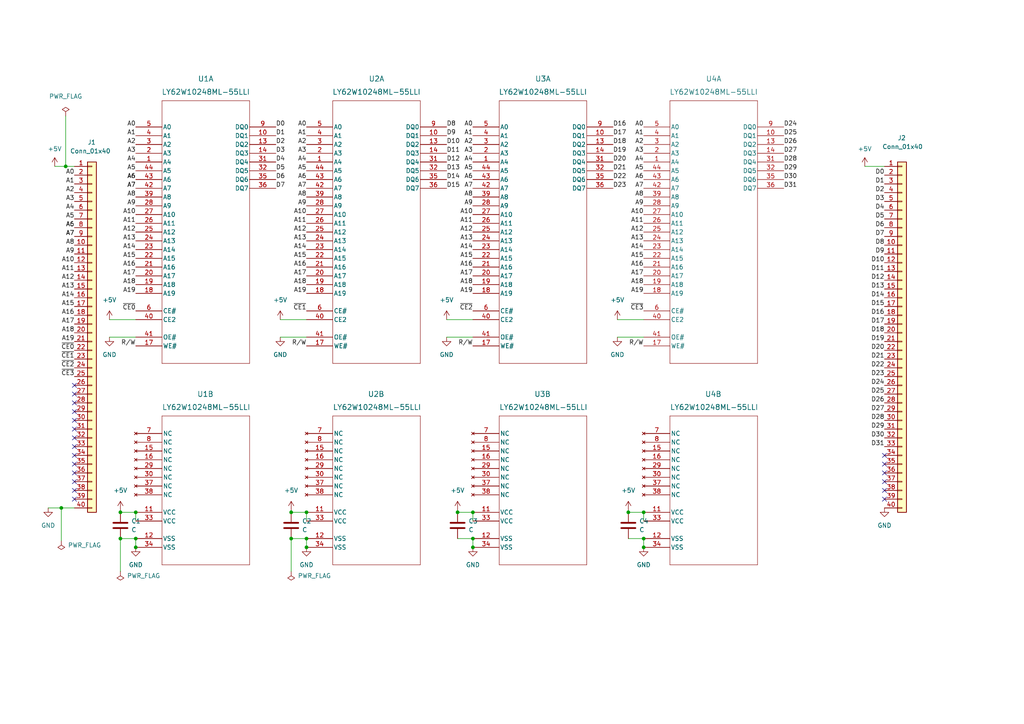
<source format=kicad_sch>
(kicad_sch (version 20211123) (generator eeschema)
  (paper "A4")
  (lib_symbols
    (symbol "2023-06-02_15-35-47:LY62W10248ML-55LLI" (pin_names (offset 0.254))
      (property "Reference" "U" (at 20.32 12.7 0))
      (property "Value" "LY62W10248ML-55LLI" (at 20.32 10.16 0))
      (symbol "LY62W10248ML-55LLI_1_1"
        (polyline (pts (xy 7.62 -68.58) (xy 33.02 -68.58)) (stroke (width 0.127)))
        (polyline (pts (xy 7.62 7.62) (xy 7.62 -68.58)) (stroke (width 0.127)))
        (polyline (pts (xy 33.02 -68.58) (xy 33.02 7.62)) (stroke (width 0.127)))
        (polyline (pts (xy 33.02 7.62) (xy 7.62 7.62)) (stroke (width 0.127)))
        (pin input line (at 0 -10.16 0) (length 7.62) (name "A4") (number "1"))
        (pin bidirectional line (at 40.64 -2.54 180) (length 7.62) (name "DQ1") (number "10"))
        (pin bidirectional line (at 40.64 -5.08 180) (length 7.62) (name "DQ2") (number "13"))
        (pin bidirectional line (at 40.64 -7.62 180) (length 7.62) (name "DQ3") (number "14"))
        (pin input line (at 0 -63.5 0) (length 7.62) (name "WE#") (number "17"))
        (pin input line (at 0 -48.26 0) (length 7.62) (name "A19") (number "18"))
        (pin input line (at 0 -45.72 0) (length 7.62) (name "A18") (number "19"))
        (pin input line (at 0 -7.62 0) (length 7.62) (name "A3") (number "2"))
        (pin input line (at 0 -43.18 0) (length 7.62) (name "A17") (number "20"))
        (pin input line (at 0 -40.64 0) (length 7.62) (name "A16") (number "21"))
        (pin input line (at 0 -38.1 0) (length 7.62) (name "A15") (number "22"))
        (pin input line (at 0 -35.56 0) (length 7.62) (name "A14") (number "23"))
        (pin input line (at 0 -33.02 0) (length 7.62) (name "A13") (number "24"))
        (pin input line (at 0 -30.48 0) (length 7.62) (name "A12") (number "25"))
        (pin input line (at 0 -27.94 0) (length 7.62) (name "A11") (number "26"))
        (pin input line (at 0 -25.4 0) (length 7.62) (name "A10") (number "27"))
        (pin input line (at 0 -22.86 0) (length 7.62) (name "A9") (number "28"))
        (pin input line (at 0 -5.08 0) (length 7.62) (name "A2") (number "3"))
        (pin bidirectional line (at 40.64 -10.16 180) (length 7.62) (name "DQ4") (number "31"))
        (pin bidirectional line (at 40.64 -12.7 180) (length 7.62) (name "DQ5") (number "32"))
        (pin bidirectional line (at 40.64 -15.24 180) (length 7.62) (name "DQ6") (number "35"))
        (pin bidirectional line (at 40.64 -17.78 180) (length 7.62) (name "DQ7") (number "36"))
        (pin input line (at 0 -20.32 0) (length 7.62) (name "A8") (number "39"))
        (pin input line (at 0 -2.54 0) (length 7.62) (name "A1") (number "4"))
        (pin input line (at 0 -55.88 0) (length 7.62) (name "CE2") (number "40"))
        (pin input line (at 0 -60.96 0) (length 7.62) (name "OE#") (number "41"))
        (pin input line (at 0 -17.78 0) (length 7.62) (name "A7") (number "42"))
        (pin input line (at 0 -15.24 0) (length 7.62) (name "A6") (number "43"))
        (pin input line (at 0 -12.7 0) (length 7.62) (name "A5") (number "44"))
        (pin input line (at 0 0 0) (length 7.62) (name "A0") (number "5"))
        (pin input line (at 0 -53.34 0) (length 7.62) (name "CE#") (number "6"))
        (pin bidirectional line (at 40.64 0 180) (length 7.62) (name "DQ0") (number "9"))
      )
      (symbol "LY62W10248ML-55LLI_2_1"
        (polyline (pts (xy 7.62 -38.1) (xy 33.02 -38.1)) (stroke (width 0.127)))
        (polyline (pts (xy 7.62 5.08) (xy 7.62 -38.1)) (stroke (width 0.127)))
        (polyline (pts (xy 33.02 -38.1) (xy 33.02 5.08)) (stroke (width 0.127)))
        (polyline (pts (xy 33.02 5.08) (xy 7.62 5.08)) (stroke (width 0.127)))
        (pin power_in line (at 0 -22.86 0) (length 7.62) (name "VCC") (number "11"))
        (pin power_out line (at 0 -30.48 0) (length 7.62) (name "VSS") (number "12"))
        (pin no_connect line (at 0 -5.08 0) (length 7.62) (name "NC") (number "15"))
        (pin no_connect line (at 0 -7.62 0) (length 7.62) (name "NC") (number "16"))
        (pin no_connect line (at 0 -10.16 0) (length 7.62) (name "NC") (number "29"))
        (pin no_connect line (at 0 -12.7 0) (length 7.62) (name "NC") (number "30"))
        (pin power_in line (at 0 -25.4 0) (length 7.62) (name "VCC") (number "33"))
        (pin power_out line (at 0 -33.02 0) (length 7.62) (name "VSS") (number "34"))
        (pin no_connect line (at 0 -15.24 0) (length 7.62) (name "NC") (number "37"))
        (pin no_connect line (at 0 -17.78 0) (length 7.62) (name "NC") (number "38"))
        (pin no_connect line (at 0 0 0) (length 7.62) (name "NC") (number "7"))
        (pin no_connect line (at 0 -2.54 0) (length 7.62) (name "NC") (number "8"))
      )
    )
    (symbol "Connector_Generic:Conn_01x40" (pin_names (offset 1.016) hide)
      (property "Reference" "J" (at 0 50.8 0))
      (property "Value" "Conn_01x40" (at 0 -53.34 0))
      (symbol "Conn_01x40_1_1"
        (rectangle (start -1.27 -50.673) (end 0 -50.927) (stroke (width 0.1524)))
        (rectangle (start -1.27 -48.133) (end 0 -48.387) (stroke (width 0.1524)))
        (rectangle (start -1.27 -45.593) (end 0 -45.847) (stroke (width 0.1524)))
        (rectangle (start -1.27 -43.053) (end 0 -43.307) (stroke (width 0.1524)))
        (rectangle (start -1.27 -40.513) (end 0 -40.767) (stroke (width 0.1524)))
        (rectangle (start -1.27 -37.973) (end 0 -38.227) (stroke (width 0.1524)))
        (rectangle (start -1.27 -35.433) (end 0 -35.687) (stroke (width 0.1524)))
        (rectangle (start -1.27 -32.893) (end 0 -33.147) (stroke (width 0.1524)))
        (rectangle (start -1.27 -30.353) (end 0 -30.607) (stroke (width 0.1524)))
        (rectangle (start -1.27 -27.813) (end 0 -28.067) (stroke (width 0.1524)))
        (rectangle (start -1.27 -25.273) (end 0 -25.527) (stroke (width 0.1524)))
        (rectangle (start -1.27 -22.733) (end 0 -22.987) (stroke (width 0.1524)))
        (rectangle (start -1.27 -20.193) (end 0 -20.447) (stroke (width 0.1524)))
        (rectangle (start -1.27 -17.653) (end 0 -17.907) (stroke (width 0.1524)))
        (rectangle (start -1.27 -15.113) (end 0 -15.367) (stroke (width 0.1524)))
        (rectangle (start -1.27 -12.573) (end 0 -12.827) (stroke (width 0.1524)))
        (rectangle (start -1.27 -10.033) (end 0 -10.287) (stroke (width 0.1524)))
        (rectangle (start -1.27 -7.493) (end 0 -7.747) (stroke (width 0.1524)))
        (rectangle (start -1.27 -4.953) (end 0 -5.207) (stroke (width 0.1524)))
        (rectangle (start -1.27 -2.413) (end 0 -2.667) (stroke (width 0.1524)))
        (rectangle (start -1.27 0.127) (end 0 -0.127) (stroke (width 0.1524)))
        (rectangle (start -1.27 2.667) (end 0 2.413) (stroke (width 0.1524)))
        (rectangle (start -1.27 5.207) (end 0 4.953) (stroke (width 0.1524)))
        (rectangle (start -1.27 7.747) (end 0 7.493) (stroke (width 0.1524)))
        (rectangle (start -1.27 10.287) (end 0 10.033) (stroke (width 0.1524)))
        (rectangle (start -1.27 12.827) (end 0 12.573) (stroke (width 0.1524)))
        (rectangle (start -1.27 15.367) (end 0 15.113) (stroke (width 0.1524)))
        (rectangle (start -1.27 17.907) (end 0 17.653) (stroke (width 0.1524)))
        (rectangle (start -1.27 20.447) (end 0 20.193) (stroke (width 0.1524)))
        (rectangle (start -1.27 22.987) (end 0 22.733) (stroke (width 0.1524)))
        (rectangle (start -1.27 25.527) (end 0 25.273) (stroke (width 0.1524)))
        (rectangle (start -1.27 28.067) (end 0 27.813) (stroke (width 0.1524)))
        (rectangle (start -1.27 30.607) (end 0 30.353) (stroke (width 0.1524)))
        (rectangle (start -1.27 33.147) (end 0 32.893) (stroke (width 0.1524)))
        (rectangle (start -1.27 35.687) (end 0 35.433) (stroke (width 0.1524)))
        (rectangle (start -1.27 38.227) (end 0 37.973) (stroke (width 0.1524)))
        (rectangle (start -1.27 40.767) (end 0 40.513) (stroke (width 0.1524)))
        (rectangle (start -1.27 43.307) (end 0 43.053) (stroke (width 0.1524)))
        (rectangle (start -1.27 45.847) (end 0 45.593) (stroke (width 0.1524)))
        (rectangle (start -1.27 48.387) (end 0 48.133) (stroke (width 0.1524)))
        (rectangle (start -1.27 49.53) (end 1.27 -52.07) (stroke (width 0.254)) (fill (type background)))
        (pin passive line (at -5.08 48.26 0) (length 3.81) (name "Pin_1") (number "1"))
        (pin passive line (at -5.08 25.4 0) (length 3.81) (name "Pin_10") (number "10"))
        (pin passive line (at -5.08 22.86 0) (length 3.81) (name "Pin_11") (number "11"))
        (pin passive line (at -5.08 20.32 0) (length 3.81) (name "Pin_12") (number "12"))
        (pin passive line (at -5.08 17.78 0) (length 3.81) (name "Pin_13") (number "13"))
        (pin passive line (at -5.08 15.24 0) (length 3.81) (name "Pin_14") (number "14"))
        (pin passive line (at -5.08 12.7 0) (length 3.81) (name "Pin_15") (number "15"))
        (pin passive line (at -5.08 10.16 0) (length 3.81) (name "Pin_16") (number "16"))
        (pin passive line (at -5.08 7.62 0) (length 3.81) (name "Pin_17") (number "17"))
        (pin passive line (at -5.08 5.08 0) (length 3.81) (name "Pin_18") (number "18"))
        (pin passive line (at -5.08 2.54 0) (length 3.81) (name "Pin_19") (number "19"))
        (pin passive line (at -5.08 45.72 0) (length 3.81) (name "Pin_2") (number "2"))
        (pin passive line (at -5.08 0 0) (length 3.81) (name "Pin_20") (number "20"))
        (pin passive line (at -5.08 -2.54 0) (length 3.81) (name "Pin_21") (number "21"))
        (pin passive line (at -5.08 -5.08 0) (length 3.81) (name "Pin_22") (number "22"))
        (pin passive line (at -5.08 -7.62 0) (length 3.81) (name "Pin_23") (number "23"))
        (pin passive line (at -5.08 -10.16 0) (length 3.81) (name "Pin_24") (number "24"))
        (pin passive line (at -5.08 -12.7 0) (length 3.81) (name "Pin_25") (number "25"))
        (pin passive line (at -5.08 -15.24 0) (length 3.81) (name "Pin_26") (number "26"))
        (pin passive line (at -5.08 -17.78 0) (length 3.81) (name "Pin_27") (number "27"))
        (pin passive line (at -5.08 -20.32 0) (length 3.81) (name "Pin_28") (number "28"))
        (pin passive line (at -5.08 -22.86 0) (length 3.81) (name "Pin_29") (number "29"))
        (pin passive line (at -5.08 43.18 0) (length 3.81) (name "Pin_3") (number "3"))
        (pin passive line (at -5.08 -25.4 0) (length 3.81) (name "Pin_30") (number "30"))
        (pin passive line (at -5.08 -27.94 0) (length 3.81) (name "Pin_31") (number "31"))
        (pin passive line (at -5.08 -30.48 0) (length 3.81) (name "Pin_32") (number "32"))
        (pin passive line (at -5.08 -33.02 0) (length 3.81) (name "Pin_33") (number "33"))
        (pin passive line (at -5.08 -35.56 0) (length 3.81) (name "Pin_34") (number "34"))
        (pin passive line (at -5.08 -38.1 0) (length 3.81) (name "Pin_35") (number "35"))
        (pin passive line (at -5.08 -40.64 0) (length 3.81) (name "Pin_36") (number "36"))
        (pin passive line (at -5.08 -43.18 0) (length 3.81) (name "Pin_37") (number "37"))
        (pin passive line (at -5.08 -45.72 0) (length 3.81) (name "Pin_38") (number "38"))
        (pin passive line (at -5.08 -48.26 0) (length 3.81) (name "Pin_39") (number "39"))
        (pin passive line (at -5.08 40.64 0) (length 3.81) (name "Pin_4") (number "4"))
        (pin passive line (at -5.08 -50.8 0) (length 3.81) (name "Pin_40") (number "40"))
        (pin passive line (at -5.08 38.1 0) (length 3.81) (name "Pin_5") (number "5"))
        (pin passive line (at -5.08 35.56 0) (length 3.81) (name "Pin_6") (number "6"))
        (pin passive line (at -5.08 33.02 0) (length 3.81) (name "Pin_7") (number "7"))
        (pin passive line (at -5.08 30.48 0) (length 3.81) (name "Pin_8") (number "8"))
        (pin passive line (at -5.08 27.94 0) (length 3.81) (name "Pin_9") (number "9"))
      )
    )
    (symbol "Device:C" (pin_numbers hide) (pin_names (offset 0.254))
      (property "Reference" "C" (at 0.635 2.54 0))
      (property "Value" "C" (at 0.635 -2.54 0))
      (symbol "C_0_1"
        (polyline (pts (xy -2.032 -0.762) (xy 2.032 -0.762)) (stroke (width 0.508)))
        (polyline (pts (xy -2.032 0.762) (xy 2.032 0.762)) (stroke (width 0.508)))
      )
      (symbol "C_1_1"
        (pin passive line (at 0 3.81 270) (length 2.794) (name "~") (number "1"))
        (pin passive line (at 0 -3.81 90) (length 2.794) (name "~") (number "2"))
      )
    )
    (symbol "power:+5V" (power) (pin_names (offset 0))
      (property "Value" "+5V" (at 0 3.556 0))
      (symbol "+5V_0_1"
        (polyline (pts (xy -0.762 1.27) (xy 0 2.54)))
        (polyline (pts (xy 0 0) (xy 0 2.54)))
        (polyline (pts (xy 0 2.54) (xy 0.762 1.27)))
      )
      (symbol "+5V_1_1"
        (pin power_in line (at 0 0 90) (length 0) hide (name "+5V") (number "1"))
      )
    )
    (symbol "power:GND" (power) (pin_names (offset 0))
      (property "Value" "GND" (at 0 -3.81 0))
      (symbol "GND_0_1"
        (polyline (pts (xy 0 0) (xy 0 -1.27) (xy 1.27 -1.27) (xy 0 -2.54) (xy -1.27 -1.27) (xy 0 -1.27)))
      )
      (symbol "GND_1_1"
        (pin power_in line (at 0 0 270) (length 0) hide (name "GND") (number "1"))
      )
    )
    (symbol "power:PWR_FLAG" (power) (pin_numbers hide) (pin_names (offset 0) hide)
      (property "Value" "PWR_FLAG" (at 0 3.81 0))
      (symbol "PWR_FLAG_0_0"
        (pin power_out line (at 0 0 90) (length 0) (name "pwr") (number "1"))
      )
      (symbol "PWR_FLAG_0_1"
        (polyline (pts (xy 0 0) (xy 0 1.27) (xy -1.016 1.905) (xy 0 2.54) (xy 1.016 1.905) (xy 0 1.27)))
      )
    )
  )
  (junction (at 186.69 158.75))
  (junction (at 88.9 148.59))
  (junction (at 137.16 148.59))
  (junction (at 182.245 148.59))
  (junction (at 84.455 148.59))
  (junction (at 39.37 156.21))
  (junction (at 186.69 148.59))
  (junction (at 137.16 156.21))
  (junction (at 19.05 48.26))
  (junction (at 132.715 148.59))
  (junction (at 39.37 148.59))
  (junction (at 186.69 156.21))
  (junction (at 34.925 148.59))
  (junction (at 17.78 147.32))
  (junction (at 34.925 156.21))
  (junction (at 39.37 158.75))
  (junction (at 84.455 156.21))
  (junction (at 88.9 158.75))
  (junction (at 88.9 156.21))
  (junction (at 137.16 158.75))
  (no_connect (at 21.59 111.76))
  (no_connect (at 21.59 142.24))
  (no_connect (at 256.54 144.78))
  (no_connect (at 256.54 134.62))
  (no_connect (at 21.59 129.54))
  (no_connect (at 256.54 137.16))
  (no_connect (at 21.59 139.7))
  (no_connect (at 21.59 114.3))
  (no_connect (at 21.59 132.08))
  (no_connect (at 21.59 121.92))
  (no_connect (at 21.59 134.62))
  (no_connect (at 21.59 144.78))
  (no_connect (at 256.54 142.24))
  (no_connect (at 21.59 137.16))
  (no_connect (at 21.59 127))
  (no_connect (at 21.59 124.46))
  (no_connect (at 21.59 116.84))
  (no_connect (at 256.54 139.7))
  (no_connect (at 21.59 119.38))
  (no_connect (at 256.54 132.08))
  (wire (pts (xy 129.54 97.79) (xy 137.16 97.79)))
  (wire (pts (xy 19.05 48.26) (xy 21.59 48.26)))
  (wire (pts (xy 34.925 156.21) (xy 34.925 165.735)))
  (wire (pts (xy 129.54 92.71) (xy 137.16 92.71)))
  (wire (pts (xy 15.875 48.26) (xy 19.05 48.26)))
  (wire (pts (xy 13.97 147.32) (xy 17.78 147.32)))
  (wire (pts (xy 137.16 148.59) (xy 137.16 151.13)))
  (wire (pts (xy 39.37 156.21) (xy 39.37 158.75)))
  (wire (pts (xy 182.245 156.21) (xy 186.69 156.21)))
  (wire (pts (xy 132.715 148.59) (xy 137.16 148.59)))
  (wire (pts (xy 186.69 156.21) (xy 186.69 158.75)))
  (wire (pts (xy 34.925 156.21) (xy 39.37 156.21)))
  (wire (pts (xy 81.28 97.79) (xy 88.9 97.79)))
  (wire (pts (xy 17.78 147.32) (xy 17.78 156.845)))
  (wire (pts (xy 182.245 147.955) (xy 182.245 148.59)))
  (wire (pts (xy 84.455 156.21) (xy 84.455 165.735)))
  (wire (pts (xy 186.69 148.59) (xy 186.69 151.13)))
  (wire (pts (xy 34.925 148.59) (xy 39.37 148.59)))
  (wire (pts (xy 88.9 148.59) (xy 88.9 151.13)))
  (wire (pts (xy 137.16 156.21) (xy 137.16 158.75)))
  (wire (pts (xy 179.07 92.71) (xy 186.69 92.71)))
  (wire (pts (xy 19.05 33.655) (xy 19.05 48.26)))
  (wire (pts (xy 17.78 147.32) (xy 21.59 147.32)))
  (wire (pts (xy 31.75 97.79) (xy 39.37 97.79)))
  (wire (pts (xy 250.825 48.26) (xy 256.54 48.26)))
  (wire (pts (xy 132.715 156.21) (xy 137.16 156.21)))
  (wire (pts (xy 84.455 148.59) (xy 88.9 148.59)))
  (wire (pts (xy 81.28 92.71) (xy 88.9 92.71)))
  (wire (pts (xy 88.9 156.21) (xy 88.9 158.75)))
  (wire (pts (xy 31.75 92.71) (xy 39.37 92.71)))
  (wire (pts (xy 182.245 148.59) (xy 186.69 148.59)))
  (wire (pts (xy 84.455 147.955) (xy 84.455 148.59)))
  (wire (pts (xy 34.925 147.955) (xy 34.925 148.59)))
  (wire (pts (xy 179.07 97.79) (xy 186.69 97.79)))
  (wire (pts (xy 84.455 156.21) (xy 88.9 156.21)))
  (wire (pts (xy 39.37 148.59) (xy 39.37 151.13)))
  (wire (pts (xy 132.715 147.955) (xy 132.715 148.59)))
  (label "D30" (at 256.54 127 180))
  (label "A6" (at 88.9 52.07 180))
  (label "D21" (at 177.8 49.53 0))
  (label "R{slash}W" (at 39.37 100.33 180))
  (label "~{CE3}" (at 21.59 109.22 180))
  (label "A1" (at 88.9 39.37 180))
  (label "A16" (at 21.59 91.44 180))
  (label "A3" (at 186.69 44.45 180))
  (label "D16" (at 177.8 36.83 0))
  (label "A4" (at 186.69 46.99 180))
  (label "D27" (at 256.54 119.38 180))
  (label "A18" (at 186.69 82.55 180))
  (label "D11" (at 129.54 44.45 0))
  (label "A10" (at 21.59 76.2 180))
  (label "A0" (at 186.69 36.83 180))
  (label "A1" (at 137.16 39.37 180))
  (label "D13" (at 256.54 83.82 180))
  (label "A9" (at 137.16 59.69 180))
  (label "A12" (at 39.37 67.31 180))
  (label "A6" (at 21.59 66.04 180))
  (label "A19" (at 21.59 99.06 180))
  (label "A6" (at 39.37 52.07 180))
  (label "A13" (at 186.69 69.85 180))
  (label "A10" (at 186.69 62.23 180))
  (label "A7" (at 88.9 54.61 180))
  (label "A5" (at 39.37 49.53 180))
  (label "A7" (at 186.69 54.61 180))
  (label "D29" (at 256.54 124.46 180))
  (label "D27" (at 227.33 44.45 0))
  (label "D9" (at 129.54 39.37 0))
  (label "A17" (at 88.9 80.01 180))
  (label "A7" (at 39.37 54.61 180))
  (label "A1" (at 186.69 39.37 180))
  (label "D4" (at 256.54 60.96 180))
  (label "A12" (at 21.59 81.28 180))
  (label "D26" (at 256.54 116.84 180))
  (label "D5" (at 256.54 63.5 180))
  (label "A17" (at 186.69 80.01 180))
  (label "A8" (at 186.69 57.15 180))
  (label "A14" (at 39.37 72.39 180))
  (label "D0" (at 256.54 50.8 180))
  (label "A19" (at 186.69 85.09 180))
  (label "D29" (at 227.33 49.53 0))
  (label "~{CE0}" (at 21.59 101.6 180))
  (label "A4" (at 88.9 46.99 180))
  (label "D3" (at 80.01 44.45 0))
  (label "D19" (at 177.8 44.45 0))
  (label "A3" (at 137.16 44.45 180))
  (label "A16" (at 137.16 77.47 180))
  (label "D31" (at 256.54 129.54 180))
  (label "A13" (at 137.16 69.85 180))
  (label "A14" (at 137.16 72.39 180))
  (label "A3" (at 39.37 44.45 180))
  (label "A13" (at 39.37 69.85 180))
  (label "A1" (at 21.59 53.34 180))
  (label "A2" (at 88.9 41.91 180))
  (label "A9" (at 88.9 59.69 180))
  (label "A15" (at 21.59 88.9 180))
  (label "D24" (at 256.54 111.76 180))
  (label "A17" (at 21.59 93.98 180))
  (label "R{slash}W" (at 88.9 100.33 180))
  (label "A7" (at 21.59 68.58 180))
  (label "D17" (at 256.54 93.98 180))
  (label "A6" (at 39.37 52.07 180))
  (label "~{CE1}" (at 21.59 104.14 180))
  (label "A9" (at 186.69 59.69 180))
  (label "A0" (at 88.9 36.83 180))
  (label "A16" (at 88.9 77.47 180))
  (label "A15" (at 88.9 74.93 180))
  (label "A5" (at 137.16 49.53 180))
  (label "A8" (at 137.16 57.15 180))
  (label "D5" (at 80.01 49.53 0))
  (label "A7" (at 21.59 68.58 180))
  (label "A15" (at 137.16 74.93 180))
  (label "A9" (at 39.37 59.69 180))
  (label "D7" (at 80.01 54.61 0))
  (label "D14" (at 129.54 52.07 0))
  (label "D19" (at 256.54 99.06 180))
  (label "A18" (at 137.16 82.55 180))
  (label "~{CE3}" (at 186.69 90.17 180))
  (label "D30" (at 227.33 52.07 0))
  (label "A11" (at 21.59 78.74 180))
  (label "A11" (at 88.9 64.77 180))
  (label "D0" (at 80.01 36.83 0))
  (label "A11" (at 39.37 64.77 180))
  (label "A0" (at 39.37 36.83 180))
  (label "D2" (at 256.54 55.88 180))
  (label "D15" (at 129.54 54.61 0))
  (label "D6" (at 80.01 52.07 0))
  (label "A14" (at 21.59 86.36 180))
  (label "A11" (at 137.16 64.77 180))
  (label "D26" (at 227.33 41.91 0))
  (label "D9" (at 256.54 73.66 180))
  (label "A6" (at 137.16 52.07 180))
  (label "A18" (at 88.9 82.55 180))
  (label "D4" (at 80.01 46.99 0))
  (label "D10" (at 129.54 41.91 0))
  (label "A10" (at 137.16 62.23 180))
  (label "~{CE1}" (at 88.9 90.17 180))
  (label "D25" (at 256.54 114.3 180))
  (label "A19" (at 39.37 85.09 180))
  (label "R{slash}W" (at 186.69 100.33 180))
  (label "A2" (at 21.59 55.88 180))
  (label "A4" (at 137.16 46.99 180))
  (label "D31" (at 227.33 54.61 0))
  (label "D21" (at 256.54 104.14 180))
  (label "A6" (at 186.69 52.07 180))
  (label "D18" (at 177.8 41.91 0))
  (label "D10" (at 256.54 76.2 180))
  (label "A5" (at 21.59 63.5 180))
  (label "D1" (at 80.01 39.37 0))
  (label "D14" (at 256.54 86.36 180))
  (label "A4" (at 39.37 46.99 180))
  (label "A0" (at 21.59 50.8 180))
  (label "A9" (at 21.59 73.66 180))
  (label "A18" (at 39.37 82.55 180))
  (label "D15" (at 256.54 88.9 180))
  (label "A7" (at 137.16 54.61 180))
  (label "A6" (at 21.59 66.04 180))
  (label "A8" (at 88.9 57.15 180))
  (label "D18" (at 256.54 96.52 180))
  (label "D20" (at 177.8 46.99 0))
  (label "A13" (at 88.9 69.85 180))
  (label "A4" (at 21.59 60.96 180))
  (label "D12" (at 129.54 46.99 0))
  (label "A12" (at 88.9 67.31 180))
  (label "A18" (at 21.59 96.52 180))
  (label "A2" (at 39.37 41.91 180))
  (label "D6" (at 256.54 66.04 180))
  (label "A5" (at 186.69 49.53 180))
  (label "D17" (at 177.8 39.37 0))
  (label "D22" (at 256.54 106.68 180))
  (label "~{CE2}" (at 21.59 106.68 180))
  (label "A14" (at 186.69 72.39 180))
  (label "D8" (at 129.54 36.83 0))
  (label "D28" (at 227.33 46.99 0))
  (label "A11" (at 186.69 64.77 180))
  (label "D2" (at 80.01 41.91 0))
  (label "D13" (at 129.54 49.53 0))
  (label "A10" (at 88.9 62.23 180))
  (label "D8" (at 256.54 71.12 180))
  (label "A3" (at 21.59 58.42 180))
  (label "D16" (at 256.54 91.44 180))
  (label "A15" (at 39.37 74.93 180))
  (label "D11" (at 256.54 78.74 180))
  (label "D22" (at 177.8 52.07 0))
  (label "A16" (at 186.69 77.47 180))
  (label "A17" (at 137.16 80.01 180))
  (label "~{CE0}" (at 39.37 90.17 180))
  (label "A12" (at 186.69 67.31 180))
  (label "A2" (at 137.16 41.91 180))
  (label "D12" (at 256.54 81.28 180))
  (label "A7" (at 39.37 54.61 180))
  (label "D3" (at 256.54 58.42 180))
  (label "A8" (at 21.59 71.12 180))
  (label "D25" (at 227.33 39.37 0))
  (label "A13" (at 21.59 83.82 180))
  (label "A0" (at 137.16 36.83 180))
  (label "D23" (at 177.8 54.61 0))
  (label "D7" (at 256.54 68.58 180))
  (label "D1" (at 256.54 53.34 180))
  (label "A14" (at 88.9 72.39 180))
  (label "A12" (at 137.16 67.31 180))
  (label "A1" (at 39.37 39.37 180))
  (label "A19" (at 137.16 85.09 180))
  (label "A16" (at 39.37 77.47 180))
  (label "A15" (at 186.69 74.93 180))
  (label "~{CE2}" (at 137.16 90.17 180))
  (label "D24" (at 227.33 36.83 0))
  (label "D28" (at 256.54 121.92 180))
  (label "R{slash}W" (at 137.16 100.33 180))
  (label "A17" (at 39.37 80.01 180))
  (label "A8" (at 39.37 57.15 180))
  (label "A3" (at 88.9 44.45 180))
  (label "D20" (at 256.54 101.6 180))
  (label "A2" (at 186.69 41.91 180))
  (label "A19" (at 88.9 85.09 180))
  (label "D23" (at 256.54 109.22 180))
  (label "A5" (at 88.9 49.53 180))
  (label "A10" (at 39.37 62.23 180))
  (symbol (lib_id "power:GND") (at 39.37 158.75 0) (unit 1)
    (property "Reference" "#PWR06" (effects hide))
    (property "Value" "GND" (at 39.37 163.83 0))
  )
  (symbol (lib_id "power:GND") (at 256.54 147.32 0) (unit 1)
    (property "Reference" "#PWR020" (effects hide))
    (property "Value" "GND" (at 256.54 152.4 0))
  )
  (symbol (lib_id "power:PWR_FLAG") (at 84.455 165.735 180) (unit 1)
    (property "Reference" "#FLG04" (effects hide))
    (property "Value" "PWR_FLAG" (at 86.36 167.0049 0) (effects (justify right)))
  )
  (symbol (lib_id "power:GND") (at 179.07 97.79 0) (unit 1)
    (property "Reference" "#PWR016" (effects hide))
    (property "Value" "GND" (at 179.07 102.87 0))
  )
  (symbol (lib_id "power:+5V") (at 84.455 147.955 0) (unit 1)
    (property "Reference" "#PWR09" (effects hide))
    (property "Value" "+5V" (at 84.455 142.24 0))
  )
  (symbol (lib_id "power:+5V") (at 182.245 147.955 0) (unit 1)
    (property "Reference" "#PWR017" (effects hide))
    (property "Value" "+5V" (at 182.245 142.24 0))
  )
  (symbol (lib_id "Device:C") (at 34.925 152.4 0) (unit 1)
    (property "Reference" "C1" (at 38.1 151.1299 0) (effects (justify left)))
    (property "Value" "C" (at 38.1 153.6699 0) (effects (justify left)))
  )
  (symbol (lib_id "2023-06-02_15-35-47:LY62W10248ML-55LLI") (at 88.9 125.73 0) (unit 2)
    (property "Reference" "U2" (at 106.68 114.3 0) (effects (font (size 1.524 1.524)) (justify left)))
    (property "Value" "LY62W10248ML-55LLI" (at 96.52 118.11 0) (effects (font (size 1.524 1.524)) (justify left)))
    (property "Footprint" "TSOP-II-44_400MIL_LTK" (effects hide))
    (property "Datasheet" "LY62W10248ML-55LLI" (effects hide))
  )
  (symbol (lib_id "2023-06-02_15-35-47:LY62W10248ML-55LLI") (at 88.9 36.83 0) (unit 1)
    (property "Reference" "U2" (at 109.22 22.86 0) (effects (font (size 1.524 1.524))))
    (property "Value" "LY62W10248ML-55LLI" (at 109.22 26.67 0) (effects (font (size 1.524 1.524))))
    (property "Footprint" "TSOP-II-44_400MIL_LTK" (effects hide))
    (property "Datasheet" "LY62W10248ML-55LLI" (effects hide))
  )
  (symbol (lib_id "power:PWR_FLAG") (at 17.78 156.845 180) (unit 1)
    (property "Reference" "#FLG01" (effects hide))
    (property "Value" "PWR_FLAG" (at 19.685 158.1149 0) (effects (justify right)))
  )
  (symbol (lib_id "Connector_Generic:Conn_01x40") (at 261.62 96.52 0) (unit 1)
    (property "Reference" "J2" (at 260.35 40.005 0) (effects (justify left)))
    (property "Value" "Conn_01x40" (at 255.905 42.545 0) (effects (justify left)))
  )
  (symbol (lib_id "Device:C") (at 84.455 152.4 0) (unit 1)
    (property "Reference" "C2" (at 87.63 151.1299 0) (effects (justify left)))
    (property "Value" "C" (at 87.63 153.6699 0) (effects (justify left)))
  )
  (symbol (lib_id "Device:C") (at 132.715 152.4 0) (unit 1)
    (property "Reference" "C3" (at 135.89 151.1299 0) (effects (justify left)))
    (property "Value" "C" (at 135.89 153.6699 0) (effects (justify left)))
  )
  (symbol (lib_id "power:+5V") (at 34.925 147.955 0) (unit 1)
    (property "Reference" "#PWR05" (effects hide))
    (property "Value" "+5V" (at 34.925 142.24 0))
  )
  (symbol (lib_id "power:PWR_FLAG") (at 19.05 33.655 0) (unit 1)
    (property "Reference" "#FLG02" (effects hide))
    (property "Value" "PWR_FLAG" (at 19.05 27.94 0))
  )
  (symbol (lib_id "power:PWR_FLAG") (at 34.925 165.735 180) (unit 1)
    (property "Reference" "#FLG03" (effects hide))
    (property "Value" "PWR_FLAG" (at 36.83 167.0049 0) (effects (justify right)))
  )
  (symbol (lib_id "power:GND") (at 129.54 97.79 0) (unit 1)
    (property "Reference" "#PWR012" (effects hide))
    (property "Value" "GND" (at 129.54 102.87 0))
  )
  (symbol (lib_id "power:GND") (at 137.16 158.75 0) (unit 1)
    (property "Reference" "#PWR014" (effects hide))
    (property "Value" "GND" (at 137.16 163.83 0))
  )
  (symbol (lib_id "power:+5V") (at 179.07 92.71 0) (unit 1)
    (property "Reference" "#PWR015" (effects hide))
    (property "Value" "+5V" (at 179.07 86.995 0))
  )
  (symbol (lib_id "power:GND") (at 186.69 158.75 0) (unit 1)
    (property "Reference" "#PWR018" (effects hide))
    (property "Value" "GND" (at 186.69 163.83 0))
  )
  (symbol (lib_id "Device:C") (at 182.245 152.4 0) (unit 1)
    (property "Reference" "C4" (at 185.42 151.1299 0) (effects (justify left)))
    (property "Value" "C" (at 185.42 153.6699 0) (effects (justify left)))
  )
  (symbol (lib_id "power:+5V") (at 250.825 48.26 0) (unit 1)
    (property "Reference" "#PWR019" (effects hide))
    (property "Value" "+5V" (at 250.825 43.18 0))
  )
  (symbol (lib_id "power:GND") (at 81.28 97.79 0) (unit 1)
    (property "Reference" "#PWR08" (effects hide))
    (property "Value" "GND" (at 81.28 102.87 0))
  )
  (symbol (lib_id "2023-06-02_15-35-47:LY62W10248ML-55LLI") (at 137.16 125.73 0) (unit 2)
    (property "Reference" "U3" (at 154.94 114.3 0) (effects (font (size 1.524 1.524)) (justify left)))
    (property "Value" "LY62W10248ML-55LLI" (at 144.78 118.11 0) (effects (font (size 1.524 1.524)) (justify left)))
    (property "Footprint" "TSOP-II-44_400MIL_LTK" (effects hide))
    (property "Datasheet" "LY62W10248ML-55LLI" (effects hide))
  )
  (symbol (lib_id "power:+5V") (at 15.875 48.26 0) (unit 1)
    (property "Reference" "#PWR01" (effects hide))
    (property "Value" "+5V" (at 15.875 43.18 0))
  )
  (symbol (lib_id "power:GND") (at 88.9 158.75 0) (unit 1)
    (property "Reference" "#PWR010" (effects hide))
    (property "Value" "GND" (at 88.9 163.83 0))
  )
  (symbol (lib_id "2023-06-02_15-35-47:LY62W10248ML-55LLI") (at 186.69 125.73 0) (unit 2)
    (property "Reference" "U4" (at 204.47 114.3 0) (effects (font (size 1.524 1.524)) (justify left)))
    (property "Value" "LY62W10248ML-55LLI" (at 194.31 118.11 0) (effects (font (size 1.524 1.524)) (justify left)))
    (property "Footprint" "TSOP-II-44_400MIL_LTK" (effects hide))
    (property "Datasheet" "LY62W10248ML-55LLI" (effects hide))
  )
  (symbol (lib_id "power:+5V") (at 31.75 92.71 0) (unit 1)
    (property "Reference" "#PWR03" (effects hide))
    (property "Value" "+5V" (at 31.75 86.995 0))
  )
  (symbol (lib_id "power:GND") (at 31.75 97.79 0) (unit 1)
    (property "Reference" "#PWR04" (effects hide))
    (property "Value" "GND" (at 31.75 102.87 0))
  )
  (symbol (lib_id "2023-06-02_15-35-47:LY62W10248ML-55LLI") (at 186.69 36.83 0) (unit 1)
    (property "Reference" "U4" (at 207.01 22.86 0) (effects (font (size 1.524 1.524))))
    (property "Value" "LY62W10248ML-55LLI" (at 207.01 26.67 0) (effects (font (size 1.524 1.524))))
    (property "Footprint" "TSOP-II-44_400MIL_LTK" (effects hide))
    (property "Datasheet" "LY62W10248ML-55LLI" (effects hide))
  )
  (symbol (lib_id "Connector_Generic:Conn_01x40") (at 26.67 96.52 0) (unit 1)
    (property "Reference" "J1" (at 25.4 41.275 0) (effects (justify left)))
    (property "Value" "Conn_01x40" (at 20.32 43.815 0) (effects (justify left)))
  )
  (symbol (lib_id "power:+5V") (at 129.54 92.71 0) (unit 1)
    (property "Reference" "#PWR011" (effects hide))
    (property "Value" "+5V" (at 129.54 86.995 0))
  )
  (symbol (lib_id "power:GND") (at 13.97 147.32 0) (unit 1)
    (property "Reference" "#PWR02" (effects hide))
    (property "Value" "GND" (at 13.97 152.4 0))
  )
  (symbol (lib_id "power:+5V") (at 132.715 147.955 0) (unit 1)
    (property "Reference" "#PWR013" (effects hide))
    (property "Value" "+5V" (at 132.715 142.24 0))
  )
  (symbol (lib_id "power:+5V") (at 81.28 92.71 0) (unit 1)
    (property "Reference" "#PWR07" (effects hide))
    (property "Value" "+5V" (at 81.28 86.995 0))
  )
  (symbol (lib_id "2023-06-02_15-35-47:LY62W10248ML-55LLI") (at 39.37 125.73 0) (unit 2)
    (property "Reference" "U1" (at 57.15 114.3 0) (effects (font (size 1.524 1.524)) (justify left)))
    (property "Value" "LY62W10248ML-55LLI" (at 46.99 118.11 0) (effects (font (size 1.524 1.524)) (justify left)))
    (property "Footprint" "TSOP-II-44_400MIL_LTK" (effects hide))
    (property "Datasheet" "LY62W10248ML-55LLI" (effects hide))
  )
  (symbol (lib_id "2023-06-02_15-35-47:LY62W10248ML-55LLI") (at 39.37 36.83 0) (unit 1)
    (property "Reference" "U1" (at 59.69 22.86 0) (effects (font (size 1.524 1.524))))
    (property "Value" "LY62W10248ML-55LLI" (at 59.69 26.67 0) (effects (font (size 1.524 1.524))))
    (property "Footprint" "TSOP-II-44_400MIL_LTK" (effects hide))
    (property "Datasheet" "LY62W10248ML-55LLI" (effects hide))
  )
  (symbol (lib_id "2023-06-02_15-35-47:LY62W10248ML-55LLI") (at 137.16 36.83 0) (unit 1)
    (property "Reference" "U3" (at 157.48 22.86 0) (effects (font (size 1.524 1.524))))
    (property "Value" "LY62W10248ML-55LLI" (at 157.48 26.67 0) (effects (font (size 1.524 1.524))))
    (property "Footprint" "TSOP-II-44_400MIL_LTK" (effects hide))
    (property "Datasheet" "LY62W10248ML-55LLI" (effects hide))
  )
)
</source>
